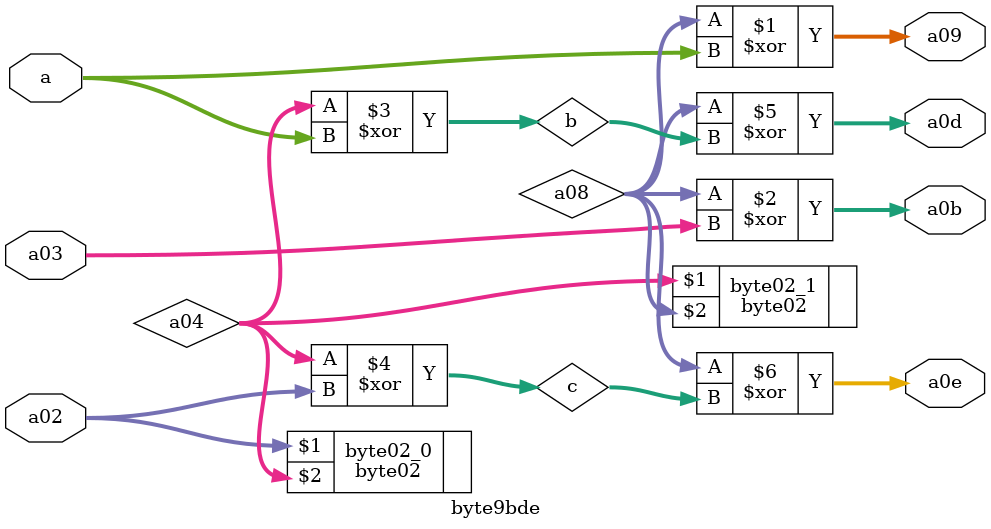
<source format=v>
module byte9bde(a,a02,a03,a09,a0b,a0d,a0e);

output[7:0] a09,a0b,a0d,a0e;
input[7:0] a,a02,a03;

wire [7:0] a04,a08,b,c;

byte02 byte02_0(a02,a04);
byte02 byte02_1(a04,a08);
assign a09=a08^a;
assign a0b=a08^a03;
assign b=a04^a;
assign c=a04^a02;
assign a0d=a08^b;
assign a0e=a08^c;

endmodule
</source>
